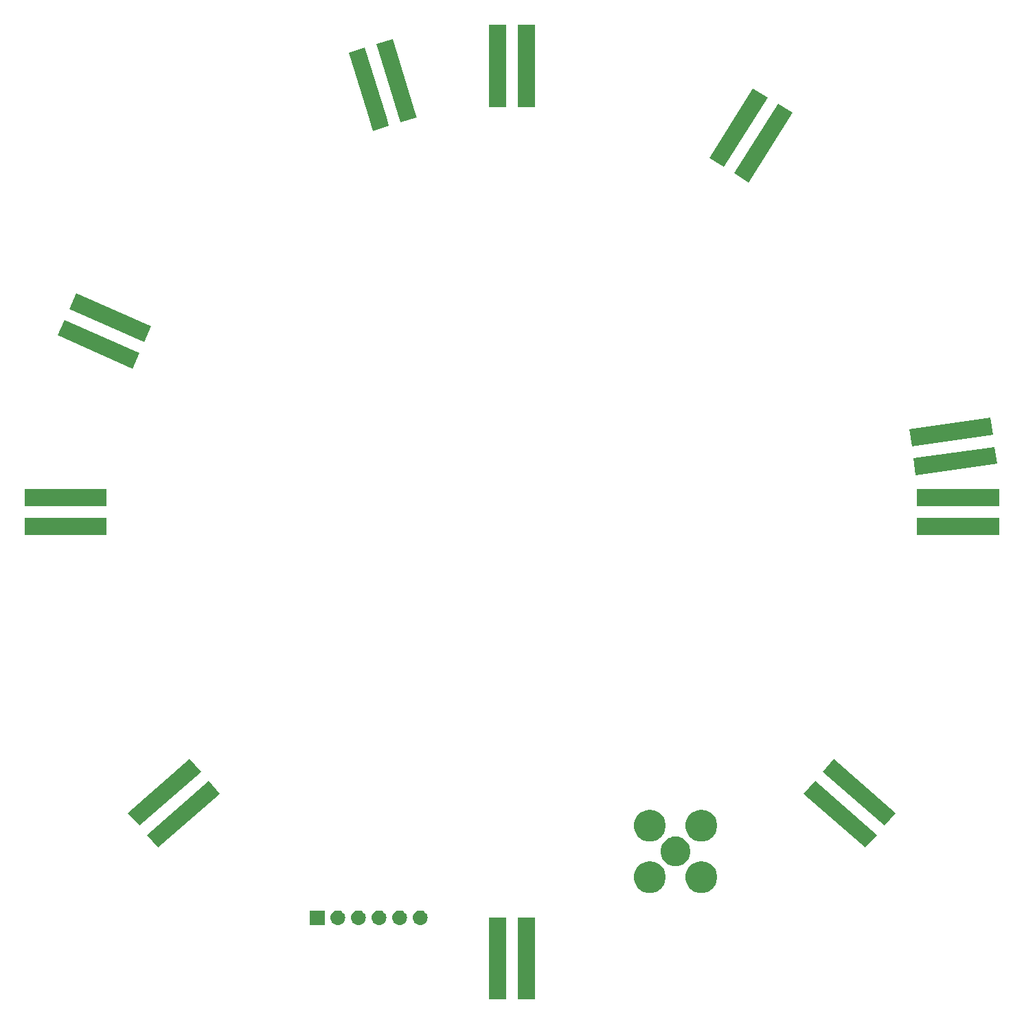
<source format=gbr>
G04 #@! TF.GenerationSoftware,KiCad,Pcbnew,(5.0.1)-4*
G04 #@! TF.CreationDate,2018-11-24T23:14:57-05:00*
G04 #@! TF.ProjectId,geodesic,67656F64657369632E6B696361645F70,rev?*
G04 #@! TF.SameCoordinates,Original*
G04 #@! TF.FileFunction,Soldermask,Bot*
G04 #@! TF.FilePolarity,Negative*
%FSLAX46Y46*%
G04 Gerber Fmt 4.6, Leading zero omitted, Abs format (unit mm)*
G04 Created by KiCad (PCBNEW (5.0.1)-4) date 2018-11-24 11:14:57 PM*
%MOMM*%
%LPD*%
G01*
G04 APERTURE LIST*
%ADD10C,0.100000*%
G04 APERTURE END LIST*
D10*
G36*
X150851000Y-165051000D02*
X148749000Y-165051000D01*
X148749000Y-154949000D01*
X150851000Y-154949000D01*
X150851000Y-165051000D01*
X150851000Y-165051000D01*
G37*
G36*
X147251000Y-165051000D02*
X145149000Y-165051000D01*
X145149000Y-154949000D01*
X147251000Y-154949000D01*
X147251000Y-165051000D01*
X147251000Y-165051000D01*
G37*
G36*
X131730442Y-154105518D02*
X131796627Y-154112037D01*
X131909853Y-154146384D01*
X131966467Y-154163557D01*
X132105087Y-154237652D01*
X132122991Y-154247222D01*
X132158729Y-154276552D01*
X132260186Y-154359814D01*
X132343448Y-154461271D01*
X132372778Y-154497009D01*
X132372779Y-154497011D01*
X132456443Y-154653533D01*
X132456443Y-154653534D01*
X132507963Y-154823373D01*
X132525359Y-155000000D01*
X132507963Y-155176627D01*
X132473616Y-155289853D01*
X132456443Y-155346467D01*
X132382348Y-155485087D01*
X132372778Y-155502991D01*
X132343448Y-155538729D01*
X132260186Y-155640186D01*
X132158729Y-155723448D01*
X132122991Y-155752778D01*
X132122989Y-155752779D01*
X131966467Y-155836443D01*
X131909853Y-155853616D01*
X131796627Y-155887963D01*
X131730442Y-155894482D01*
X131664260Y-155901000D01*
X131575740Y-155901000D01*
X131509558Y-155894482D01*
X131443373Y-155887963D01*
X131330147Y-155853616D01*
X131273533Y-155836443D01*
X131117011Y-155752779D01*
X131117009Y-155752778D01*
X131081271Y-155723448D01*
X130979814Y-155640186D01*
X130896552Y-155538729D01*
X130867222Y-155502991D01*
X130857652Y-155485087D01*
X130783557Y-155346467D01*
X130766384Y-155289853D01*
X130732037Y-155176627D01*
X130714641Y-155000000D01*
X130732037Y-154823373D01*
X130783557Y-154653534D01*
X130783557Y-154653533D01*
X130867221Y-154497011D01*
X130867222Y-154497009D01*
X130896552Y-154461271D01*
X130979814Y-154359814D01*
X131081271Y-154276552D01*
X131117009Y-154247222D01*
X131134913Y-154237652D01*
X131273533Y-154163557D01*
X131330147Y-154146384D01*
X131443373Y-154112037D01*
X131509558Y-154105518D01*
X131575740Y-154099000D01*
X131664260Y-154099000D01*
X131730442Y-154105518D01*
X131730442Y-154105518D01*
G37*
G36*
X136810442Y-154105518D02*
X136876627Y-154112037D01*
X136989853Y-154146384D01*
X137046467Y-154163557D01*
X137185087Y-154237652D01*
X137202991Y-154247222D01*
X137238729Y-154276552D01*
X137340186Y-154359814D01*
X137423448Y-154461271D01*
X137452778Y-154497009D01*
X137452779Y-154497011D01*
X137536443Y-154653533D01*
X137536443Y-154653534D01*
X137587963Y-154823373D01*
X137605359Y-155000000D01*
X137587963Y-155176627D01*
X137553616Y-155289853D01*
X137536443Y-155346467D01*
X137462348Y-155485087D01*
X137452778Y-155502991D01*
X137423448Y-155538729D01*
X137340186Y-155640186D01*
X137238729Y-155723448D01*
X137202991Y-155752778D01*
X137202989Y-155752779D01*
X137046467Y-155836443D01*
X136989853Y-155853616D01*
X136876627Y-155887963D01*
X136810442Y-155894482D01*
X136744260Y-155901000D01*
X136655740Y-155901000D01*
X136589558Y-155894482D01*
X136523373Y-155887963D01*
X136410147Y-155853616D01*
X136353533Y-155836443D01*
X136197011Y-155752779D01*
X136197009Y-155752778D01*
X136161271Y-155723448D01*
X136059814Y-155640186D01*
X135976552Y-155538729D01*
X135947222Y-155502991D01*
X135937652Y-155485087D01*
X135863557Y-155346467D01*
X135846384Y-155289853D01*
X135812037Y-155176627D01*
X135794641Y-155000000D01*
X135812037Y-154823373D01*
X135863557Y-154653534D01*
X135863557Y-154653533D01*
X135947221Y-154497011D01*
X135947222Y-154497009D01*
X135976552Y-154461271D01*
X136059814Y-154359814D01*
X136161271Y-154276552D01*
X136197009Y-154247222D01*
X136214913Y-154237652D01*
X136353533Y-154163557D01*
X136410147Y-154146384D01*
X136523373Y-154112037D01*
X136589558Y-154105518D01*
X136655740Y-154099000D01*
X136744260Y-154099000D01*
X136810442Y-154105518D01*
X136810442Y-154105518D01*
G37*
G36*
X134270442Y-154105518D02*
X134336627Y-154112037D01*
X134449853Y-154146384D01*
X134506467Y-154163557D01*
X134645087Y-154237652D01*
X134662991Y-154247222D01*
X134698729Y-154276552D01*
X134800186Y-154359814D01*
X134883448Y-154461271D01*
X134912778Y-154497009D01*
X134912779Y-154497011D01*
X134996443Y-154653533D01*
X134996443Y-154653534D01*
X135047963Y-154823373D01*
X135065359Y-155000000D01*
X135047963Y-155176627D01*
X135013616Y-155289853D01*
X134996443Y-155346467D01*
X134922348Y-155485087D01*
X134912778Y-155502991D01*
X134883448Y-155538729D01*
X134800186Y-155640186D01*
X134698729Y-155723448D01*
X134662991Y-155752778D01*
X134662989Y-155752779D01*
X134506467Y-155836443D01*
X134449853Y-155853616D01*
X134336627Y-155887963D01*
X134270442Y-155894482D01*
X134204260Y-155901000D01*
X134115740Y-155901000D01*
X134049558Y-155894482D01*
X133983373Y-155887963D01*
X133870147Y-155853616D01*
X133813533Y-155836443D01*
X133657011Y-155752779D01*
X133657009Y-155752778D01*
X133621271Y-155723448D01*
X133519814Y-155640186D01*
X133436552Y-155538729D01*
X133407222Y-155502991D01*
X133397652Y-155485087D01*
X133323557Y-155346467D01*
X133306384Y-155289853D01*
X133272037Y-155176627D01*
X133254641Y-155000000D01*
X133272037Y-154823373D01*
X133323557Y-154653534D01*
X133323557Y-154653533D01*
X133407221Y-154497011D01*
X133407222Y-154497009D01*
X133436552Y-154461271D01*
X133519814Y-154359814D01*
X133621271Y-154276552D01*
X133657009Y-154247222D01*
X133674913Y-154237652D01*
X133813533Y-154163557D01*
X133870147Y-154146384D01*
X133983373Y-154112037D01*
X134049558Y-154105518D01*
X134115740Y-154099000D01*
X134204260Y-154099000D01*
X134270442Y-154105518D01*
X134270442Y-154105518D01*
G37*
G36*
X129190442Y-154105518D02*
X129256627Y-154112037D01*
X129369853Y-154146384D01*
X129426467Y-154163557D01*
X129565087Y-154237652D01*
X129582991Y-154247222D01*
X129618729Y-154276552D01*
X129720186Y-154359814D01*
X129803448Y-154461271D01*
X129832778Y-154497009D01*
X129832779Y-154497011D01*
X129916443Y-154653533D01*
X129916443Y-154653534D01*
X129967963Y-154823373D01*
X129985359Y-155000000D01*
X129967963Y-155176627D01*
X129933616Y-155289853D01*
X129916443Y-155346467D01*
X129842348Y-155485087D01*
X129832778Y-155502991D01*
X129803448Y-155538729D01*
X129720186Y-155640186D01*
X129618729Y-155723448D01*
X129582991Y-155752778D01*
X129582989Y-155752779D01*
X129426467Y-155836443D01*
X129369853Y-155853616D01*
X129256627Y-155887963D01*
X129190442Y-155894482D01*
X129124260Y-155901000D01*
X129035740Y-155901000D01*
X128969558Y-155894482D01*
X128903373Y-155887963D01*
X128790147Y-155853616D01*
X128733533Y-155836443D01*
X128577011Y-155752779D01*
X128577009Y-155752778D01*
X128541271Y-155723448D01*
X128439814Y-155640186D01*
X128356552Y-155538729D01*
X128327222Y-155502991D01*
X128317652Y-155485087D01*
X128243557Y-155346467D01*
X128226384Y-155289853D01*
X128192037Y-155176627D01*
X128174641Y-155000000D01*
X128192037Y-154823373D01*
X128243557Y-154653534D01*
X128243557Y-154653533D01*
X128327221Y-154497011D01*
X128327222Y-154497009D01*
X128356552Y-154461271D01*
X128439814Y-154359814D01*
X128541271Y-154276552D01*
X128577009Y-154247222D01*
X128594913Y-154237652D01*
X128733533Y-154163557D01*
X128790147Y-154146384D01*
X128903373Y-154112037D01*
X128969558Y-154105518D01*
X129035740Y-154099000D01*
X129124260Y-154099000D01*
X129190442Y-154105518D01*
X129190442Y-154105518D01*
G37*
G36*
X126650442Y-154105518D02*
X126716627Y-154112037D01*
X126829853Y-154146384D01*
X126886467Y-154163557D01*
X127025087Y-154237652D01*
X127042991Y-154247222D01*
X127078729Y-154276552D01*
X127180186Y-154359814D01*
X127263448Y-154461271D01*
X127292778Y-154497009D01*
X127292779Y-154497011D01*
X127376443Y-154653533D01*
X127376443Y-154653534D01*
X127427963Y-154823373D01*
X127445359Y-155000000D01*
X127427963Y-155176627D01*
X127393616Y-155289853D01*
X127376443Y-155346467D01*
X127302348Y-155485087D01*
X127292778Y-155502991D01*
X127263448Y-155538729D01*
X127180186Y-155640186D01*
X127078729Y-155723448D01*
X127042991Y-155752778D01*
X127042989Y-155752779D01*
X126886467Y-155836443D01*
X126829853Y-155853616D01*
X126716627Y-155887963D01*
X126650442Y-155894482D01*
X126584260Y-155901000D01*
X126495740Y-155901000D01*
X126429558Y-155894482D01*
X126363373Y-155887963D01*
X126250147Y-155853616D01*
X126193533Y-155836443D01*
X126037011Y-155752779D01*
X126037009Y-155752778D01*
X126001271Y-155723448D01*
X125899814Y-155640186D01*
X125816552Y-155538729D01*
X125787222Y-155502991D01*
X125777652Y-155485087D01*
X125703557Y-155346467D01*
X125686384Y-155289853D01*
X125652037Y-155176627D01*
X125634641Y-155000000D01*
X125652037Y-154823373D01*
X125703557Y-154653534D01*
X125703557Y-154653533D01*
X125787221Y-154497011D01*
X125787222Y-154497009D01*
X125816552Y-154461271D01*
X125899814Y-154359814D01*
X126001271Y-154276552D01*
X126037009Y-154247222D01*
X126054913Y-154237652D01*
X126193533Y-154163557D01*
X126250147Y-154146384D01*
X126363373Y-154112037D01*
X126429558Y-154105518D01*
X126495740Y-154099000D01*
X126584260Y-154099000D01*
X126650442Y-154105518D01*
X126650442Y-154105518D01*
G37*
G36*
X124901000Y-155901000D02*
X123099000Y-155901000D01*
X123099000Y-154099000D01*
X124901000Y-154099000D01*
X124901000Y-155901000D01*
X124901000Y-155901000D01*
G37*
G36*
X171794579Y-148094112D02*
X171920544Y-148119168D01*
X172067991Y-148180243D01*
X172276512Y-148266615D01*
X172596880Y-148480678D01*
X172869322Y-148753120D01*
X173083385Y-149073488D01*
X173230832Y-149429457D01*
X173306000Y-149807349D01*
X173306000Y-150192651D01*
X173230832Y-150570543D01*
X173083385Y-150926512D01*
X172869322Y-151246880D01*
X172596880Y-151519322D01*
X172276512Y-151733385D01*
X172067991Y-151819757D01*
X171920544Y-151880832D01*
X171794579Y-151905888D01*
X171542651Y-151956000D01*
X171157349Y-151956000D01*
X170905421Y-151905888D01*
X170779456Y-151880832D01*
X170632009Y-151819757D01*
X170423488Y-151733385D01*
X170103120Y-151519322D01*
X169830678Y-151246880D01*
X169616615Y-150926512D01*
X169469168Y-150570543D01*
X169394000Y-150192651D01*
X169394000Y-149807349D01*
X169469168Y-149429457D01*
X169616615Y-149073488D01*
X169830678Y-148753120D01*
X170103120Y-148480678D01*
X170423488Y-148266615D01*
X170632009Y-148180243D01*
X170779456Y-148119168D01*
X170905421Y-148094112D01*
X171157349Y-148044000D01*
X171542651Y-148044000D01*
X171794579Y-148094112D01*
X171794579Y-148094112D01*
G37*
G36*
X165444579Y-148094112D02*
X165570544Y-148119168D01*
X165717991Y-148180243D01*
X165926512Y-148266615D01*
X166246880Y-148480678D01*
X166519322Y-148753120D01*
X166733385Y-149073488D01*
X166880832Y-149429457D01*
X166956000Y-149807349D01*
X166956000Y-150192651D01*
X166880832Y-150570543D01*
X166733385Y-150926512D01*
X166519322Y-151246880D01*
X166246880Y-151519322D01*
X165926512Y-151733385D01*
X165717991Y-151819757D01*
X165570544Y-151880832D01*
X165444579Y-151905888D01*
X165192651Y-151956000D01*
X164807349Y-151956000D01*
X164555421Y-151905888D01*
X164429456Y-151880832D01*
X164282009Y-151819757D01*
X164073488Y-151733385D01*
X163753120Y-151519322D01*
X163480678Y-151246880D01*
X163266615Y-150926512D01*
X163119168Y-150570543D01*
X163044000Y-150192651D01*
X163044000Y-149807349D01*
X163119168Y-149429457D01*
X163266615Y-149073488D01*
X163480678Y-148753120D01*
X163753120Y-148480678D01*
X164073488Y-148266615D01*
X164282009Y-148180243D01*
X164429456Y-148119168D01*
X164555421Y-148094112D01*
X164807349Y-148044000D01*
X165192651Y-148044000D01*
X165444579Y-148094112D01*
X165444579Y-148094112D01*
G37*
G36*
X168531821Y-145031144D02*
X168708500Y-145066287D01*
X168846373Y-145123396D01*
X169041355Y-145204160D01*
X169340923Y-145404325D01*
X169595675Y-145659077D01*
X169795840Y-145958645D01*
X169933713Y-146291501D01*
X170004000Y-146644858D01*
X170004000Y-147005142D01*
X169933713Y-147358499D01*
X169795840Y-147691355D01*
X169595675Y-147990923D01*
X169340923Y-148245675D01*
X169041355Y-148445840D01*
X168957248Y-148480678D01*
X168708500Y-148583713D01*
X168531821Y-148618856D01*
X168355142Y-148654000D01*
X167994858Y-148654000D01*
X167818179Y-148618856D01*
X167641500Y-148583713D01*
X167392752Y-148480678D01*
X167308645Y-148445840D01*
X167009077Y-148245675D01*
X166754325Y-147990923D01*
X166554160Y-147691355D01*
X166416287Y-147358499D01*
X166346000Y-147005142D01*
X166346000Y-146644858D01*
X166416287Y-146291501D01*
X166554160Y-145958645D01*
X166754325Y-145659077D01*
X167009077Y-145404325D01*
X167308645Y-145204160D01*
X167503627Y-145123396D01*
X167641500Y-145066287D01*
X167818179Y-145031144D01*
X167994858Y-144996000D01*
X168355142Y-144996000D01*
X168531821Y-145031144D01*
X168531821Y-145031144D01*
G37*
G36*
X112026010Y-139757628D02*
X104401934Y-146385136D01*
X103022898Y-144798736D01*
X110646974Y-138171228D01*
X112026010Y-139757628D01*
X112026010Y-139757628D01*
G37*
G36*
X192977102Y-144798736D02*
X191598066Y-146385136D01*
X183973990Y-139757628D01*
X185353026Y-138171228D01*
X192977102Y-144798736D01*
X192977102Y-144798736D01*
G37*
G36*
X165444579Y-141744112D02*
X165570544Y-141769168D01*
X165717991Y-141830243D01*
X165926512Y-141916615D01*
X166246880Y-142130678D01*
X166519322Y-142403120D01*
X166733385Y-142723488D01*
X166880832Y-143079457D01*
X166956000Y-143457349D01*
X166956000Y-143842651D01*
X166880832Y-144220543D01*
X166733385Y-144576512D01*
X166519322Y-144896880D01*
X166246880Y-145169322D01*
X165926512Y-145383385D01*
X165717991Y-145469757D01*
X165570544Y-145530832D01*
X165444579Y-145555888D01*
X165192651Y-145606000D01*
X164807349Y-145606000D01*
X164555421Y-145555888D01*
X164429456Y-145530832D01*
X164282009Y-145469757D01*
X164073488Y-145383385D01*
X163753120Y-145169322D01*
X163480678Y-144896880D01*
X163266615Y-144576512D01*
X163119168Y-144220543D01*
X163044000Y-143842651D01*
X163044000Y-143457349D01*
X163119168Y-143079457D01*
X163266615Y-142723488D01*
X163480678Y-142403120D01*
X163753120Y-142130678D01*
X164073488Y-141916615D01*
X164282009Y-141830243D01*
X164429456Y-141769168D01*
X164555421Y-141744112D01*
X164807349Y-141694000D01*
X165192651Y-141694000D01*
X165444579Y-141744112D01*
X165444579Y-141744112D01*
G37*
G36*
X171794579Y-141744112D02*
X171920544Y-141769168D01*
X172067991Y-141830243D01*
X172276512Y-141916615D01*
X172596880Y-142130678D01*
X172869322Y-142403120D01*
X173083385Y-142723488D01*
X173230832Y-143079457D01*
X173306000Y-143457349D01*
X173306000Y-143842651D01*
X173230832Y-144220543D01*
X173083385Y-144576512D01*
X172869322Y-144896880D01*
X172596880Y-145169322D01*
X172276512Y-145383385D01*
X172067991Y-145469757D01*
X171920544Y-145530832D01*
X171794579Y-145555888D01*
X171542651Y-145606000D01*
X171157349Y-145606000D01*
X170905421Y-145555888D01*
X170779456Y-145530832D01*
X170632009Y-145469757D01*
X170423488Y-145383385D01*
X170103120Y-145169322D01*
X169830678Y-144896880D01*
X169616615Y-144576512D01*
X169469168Y-144220543D01*
X169394000Y-143842651D01*
X169394000Y-143457349D01*
X169469168Y-143079457D01*
X169616615Y-142723488D01*
X169830678Y-142403120D01*
X170103120Y-142130678D01*
X170423488Y-141916615D01*
X170632009Y-141830243D01*
X170779456Y-141769168D01*
X170905421Y-141744112D01*
X171157349Y-141694000D01*
X171542651Y-141694000D01*
X171794579Y-141744112D01*
X171794579Y-141744112D01*
G37*
G36*
X109664198Y-137040674D02*
X102040122Y-143668182D01*
X100661086Y-142081782D01*
X108285162Y-135454274D01*
X109664198Y-137040674D01*
X109664198Y-137040674D01*
G37*
G36*
X195338914Y-142081782D02*
X193959878Y-143668182D01*
X186335802Y-137040674D01*
X187714838Y-135454274D01*
X195338914Y-142081782D01*
X195338914Y-142081782D01*
G37*
G36*
X208051000Y-107851000D02*
X197949000Y-107851000D01*
X197949000Y-105749000D01*
X208051000Y-105749000D01*
X208051000Y-107851000D01*
X208051000Y-107851000D01*
G37*
G36*
X98051000Y-107851000D02*
X87949000Y-107851000D01*
X87949000Y-105749000D01*
X98051000Y-105749000D01*
X98051000Y-107851000D01*
X98051000Y-107851000D01*
G37*
G36*
X208051000Y-104251000D02*
X197949000Y-104251000D01*
X197949000Y-102149000D01*
X208051000Y-102149000D01*
X208051000Y-104251000D01*
X208051000Y-104251000D01*
G37*
G36*
X98051000Y-104251000D02*
X87949000Y-104251000D01*
X87949000Y-102149000D01*
X98051000Y-102149000D01*
X98051000Y-104251000D01*
X98051000Y-104251000D01*
G37*
G36*
X207797286Y-99026156D02*
X197793598Y-100432083D01*
X197501056Y-98350540D01*
X207504744Y-96944613D01*
X207797286Y-99026156D01*
X207797286Y-99026156D01*
G37*
G36*
X207296263Y-95461191D02*
X197292575Y-96867118D01*
X197000033Y-94785575D01*
X207003721Y-93379648D01*
X207296263Y-95461191D01*
X207296263Y-95461191D01*
G37*
G36*
X102047401Y-85412354D02*
X101192440Y-87332627D01*
X91963803Y-83223774D01*
X92818764Y-81303501D01*
X102047401Y-85412354D01*
X102047401Y-85412354D01*
G37*
G36*
X103511652Y-82123591D02*
X102656691Y-84043864D01*
X93428054Y-79935011D01*
X94283015Y-78014738D01*
X103511652Y-82123591D01*
X103511652Y-82123591D01*
G37*
G36*
X182564811Y-55787549D02*
X177211566Y-64354531D01*
X175428969Y-63240641D01*
X180782214Y-54673659D01*
X182564811Y-55787549D01*
X182564811Y-55787549D01*
G37*
G36*
X179511838Y-53879840D02*
X174158593Y-62446822D01*
X172375996Y-61332932D01*
X177729241Y-52765950D01*
X179511838Y-53879840D01*
X179511838Y-53879840D01*
G37*
G36*
X132520563Y-56348267D02*
X132842356Y-57400807D01*
X130832203Y-58015372D01*
X130151089Y-55787549D01*
X127878664Y-48354782D01*
X127878664Y-48354781D01*
X129888817Y-47740216D01*
X132520563Y-56348267D01*
X132520563Y-56348267D01*
G37*
G36*
X135888439Y-55051000D02*
X136285053Y-56348268D01*
X134274900Y-56962833D01*
X132991784Y-52765950D01*
X131321361Y-47302243D01*
X131321361Y-47302242D01*
X133331514Y-46687677D01*
X135888439Y-55051000D01*
X135888439Y-55051000D01*
G37*
G36*
X150851000Y-55051000D02*
X148749000Y-55051000D01*
X148749000Y-44949000D01*
X150851000Y-44949000D01*
X150851000Y-55051000D01*
X150851000Y-55051000D01*
G37*
G36*
X147251000Y-55051000D02*
X145149000Y-55051000D01*
X145149000Y-44949000D01*
X147251000Y-44949000D01*
X147251000Y-55051000D01*
X147251000Y-55051000D01*
G37*
M02*

</source>
